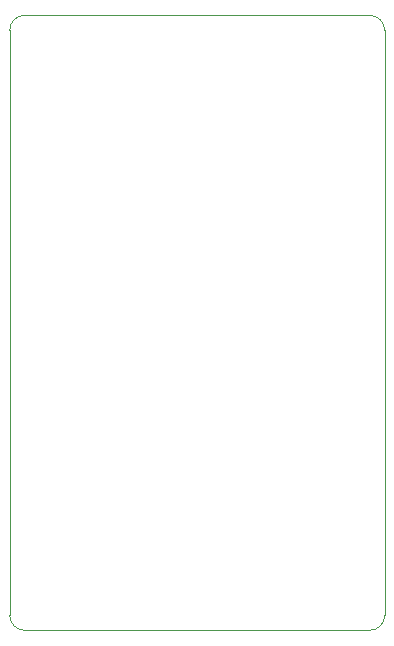
<source format=gbr>
%TF.GenerationSoftware,KiCad,Pcbnew,8.0.4*%
%TF.CreationDate,2025-05-02T23:49:30+05:30*%
%TF.ProjectId,Si4732Board,53693437-3332-4426-9f61-72642e6b6963,rev?*%
%TF.SameCoordinates,Original*%
%TF.FileFunction,Profile,NP*%
%FSLAX46Y46*%
G04 Gerber Fmt 4.6, Leading zero omitted, Abs format (unit mm)*
G04 Created by KiCad (PCBNEW 8.0.4) date 2025-05-02 23:49:30*
%MOMM*%
%LPD*%
G01*
G04 APERTURE LIST*
%TA.AperFunction,Profile*%
%ADD10C,0.050000*%
%TD*%
G04 APERTURE END LIST*
D10*
X154605000Y-71585000D02*
X154605000Y-121115000D01*
X122855000Y-71585000D02*
G75*
G02*
X124125000Y-70315000I1270000J0D01*
G01*
X124125000Y-122385000D02*
X153335000Y-122385000D01*
X153335000Y-70315000D02*
X124125000Y-70315000D01*
X124125000Y-122385000D02*
G75*
G02*
X122855000Y-121115000I0J1270000D01*
G01*
X153335000Y-70315000D02*
G75*
G02*
X154605000Y-71585000I0J-1270000D01*
G01*
X154605000Y-121115000D02*
G75*
G02*
X153335000Y-122385000I-1270000J0D01*
G01*
X122855000Y-71585000D02*
X122855000Y-121115000D01*
M02*

</source>
